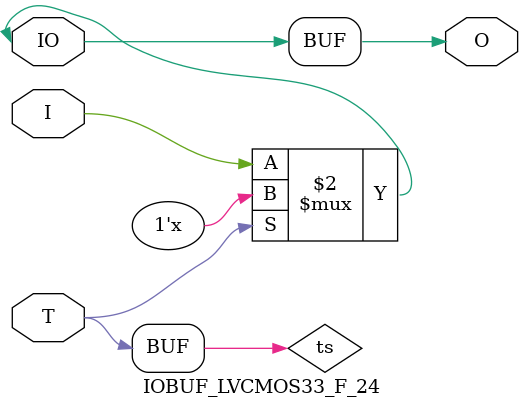
<source format=v>

/*

FUNCTION	: INPUT TRI-STATE OUTPUT BUFFER

*/

`celldefine
`timescale  100 ps / 10 ps

module IOBUF_LVCMOS33_F_24 (O, IO, I, T);

    output O;

    inout  IO;

    input  I, T;

    or O1 (ts, 1'b0, T);
    bufif0 T1 (IO, I, ts);

    buf B1 (O, IO);

endmodule

</source>
